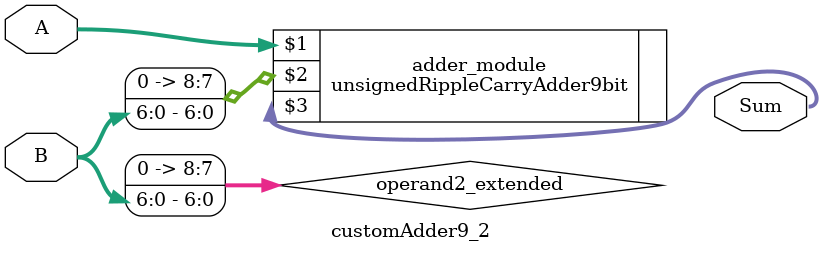
<source format=v>

module customAdder9_2(
                    input [8 : 0] A,
                    input [6 : 0] B,
                    
                    output [9 : 0] Sum
            );

    wire [8 : 0] operand2_extended;
    
    assign operand2_extended =  {2'b0, B};
    
    unsignedRippleCarryAdder9bit adder_module(
        A,
        operand2_extended,
        Sum
    );
    
endmodule
        
</source>
